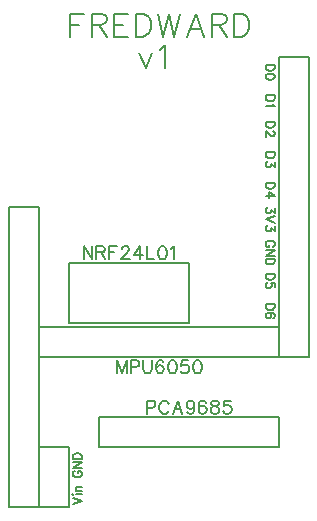
<source format=gto>
G04 Layer: TopSilkscreenLayer*
G04 EasyEDA v6.5.20, 2022-10-25 13:43:38*
G04 140ee39b9ffe45fd8fe92b6b1275b3e1,2b06a704b0b744f5a7d1a44ad6c904bc,10*
G04 Gerber Generator version 0.2*
G04 Scale: 100 percent, Rotated: No, Reflected: No *
G04 Dimensions in millimeters *
G04 leading zeros omitted , absolute positions ,4 integer and 5 decimal *
%FSLAX45Y45*%
%MOMM*%

%ADD10C,0.1524*%
%ADD11C,0.2032*%
%ADD12C,0.2030*%

%LPD*%
D10*
X2022602Y4038600D02*
G01*
X1947418Y4038600D01*
X2022602Y4038600D02*
G01*
X2022602Y4013454D01*
X2019045Y4002786D01*
X2011934Y3995673D01*
X2004568Y3992118D01*
X1993900Y3988562D01*
X1976120Y3988562D01*
X1965197Y3992118D01*
X1958086Y3995673D01*
X1950974Y4002786D01*
X1947418Y4013454D01*
X1947418Y4038600D01*
X2022602Y3943350D02*
G01*
X2019045Y3954018D01*
X2008124Y3961384D01*
X1990343Y3964939D01*
X1979675Y3964939D01*
X1961641Y3961384D01*
X1950974Y3954018D01*
X1947418Y3943350D01*
X1947418Y3936237D01*
X1950974Y3925570D01*
X1961641Y3918457D01*
X1979675Y3914647D01*
X1990343Y3914647D01*
X2008124Y3918457D01*
X2019045Y3925570D01*
X2022602Y3936237D01*
X2022602Y3943350D01*
X2022602Y3780789D02*
G01*
X1947418Y3780789D01*
X2022602Y3780789D02*
G01*
X2022602Y3755897D01*
X2019045Y3745229D01*
X2011934Y3737863D01*
X2004568Y3734307D01*
X1993900Y3730752D01*
X1976120Y3730752D01*
X1965197Y3734307D01*
X1958086Y3737863D01*
X1950974Y3745229D01*
X1947418Y3755897D01*
X1947418Y3780789D01*
X2008124Y3707129D02*
G01*
X2011934Y3700018D01*
X2022602Y3689350D01*
X1947418Y3689350D01*
X2022602Y3555492D02*
G01*
X1947418Y3555492D01*
X2022602Y3555492D02*
G01*
X2022602Y3530345D01*
X2019045Y3519678D01*
X2011934Y3512565D01*
X2004568Y3509010D01*
X1993900Y3505200D01*
X1976120Y3505200D01*
X1965197Y3509010D01*
X1958086Y3512565D01*
X1950974Y3519678D01*
X1947418Y3530345D01*
X1947418Y3555492D01*
X2004568Y3478021D02*
G01*
X2008124Y3478021D01*
X2015490Y3474465D01*
X2019045Y3470910D01*
X2022602Y3463797D01*
X2022602Y3449573D01*
X2019045Y3442207D01*
X2015490Y3438652D01*
X2008124Y3435095D01*
X2001011Y3435095D01*
X1993900Y3438652D01*
X1983231Y3446018D01*
X1947418Y3481578D01*
X1947418Y3431539D01*
X2022602Y3297681D02*
G01*
X1947418Y3297681D01*
X2022602Y3297681D02*
G01*
X2022602Y3272789D01*
X2019045Y3261868D01*
X2011934Y3254755D01*
X2004568Y3251200D01*
X1993900Y3247644D01*
X1976120Y3247644D01*
X1965197Y3251200D01*
X1958086Y3254755D01*
X1950974Y3261868D01*
X1947418Y3272789D01*
X1947418Y3297681D01*
X2022602Y3216910D02*
G01*
X2022602Y3177539D01*
X1993900Y3198876D01*
X1993900Y3188207D01*
X1990343Y3181095D01*
X1986788Y3177539D01*
X1976120Y3173984D01*
X1968754Y3173984D01*
X1958086Y3177539D01*
X1950974Y3184652D01*
X1947418Y3195320D01*
X1947418Y3205987D01*
X1950974Y3216910D01*
X1954529Y3220465D01*
X1961641Y3224021D01*
X2022602Y3040126D02*
G01*
X1947418Y3040126D01*
X2022602Y3040126D02*
G01*
X2022602Y3014979D01*
X2019045Y3004312D01*
X2011934Y2997200D01*
X2004568Y2993389D01*
X1993900Y2989834D01*
X1976120Y2989834D01*
X1965197Y2993389D01*
X1958086Y2997200D01*
X1950974Y3004312D01*
X1947418Y3014979D01*
X1947418Y3040126D01*
X2022602Y2930397D02*
G01*
X1972563Y2966212D01*
X1972563Y2912618D01*
X2022602Y2930397D02*
G01*
X1947418Y2930397D01*
X2022602Y2826765D02*
G01*
X2022602Y2787395D01*
X1993900Y2808731D01*
X1993900Y2798063D01*
X1990343Y2790952D01*
X1986788Y2787395D01*
X1976120Y2783839D01*
X1968754Y2783839D01*
X1958086Y2787395D01*
X1950974Y2794507D01*
X1947418Y2805176D01*
X1947418Y2816097D01*
X1950974Y2826765D01*
X1954529Y2830321D01*
X1961641Y2833878D01*
X2022602Y2760218D02*
G01*
X1947418Y2731515D01*
X2022602Y2702813D02*
G01*
X1947418Y2731515D01*
X2022602Y2672079D02*
G01*
X2022602Y2632710D01*
X1993900Y2654300D01*
X1993900Y2643378D01*
X1990343Y2636265D01*
X1986788Y2632710D01*
X1976120Y2629154D01*
X1968754Y2629154D01*
X1958086Y2632710D01*
X1950974Y2639821D01*
X1947418Y2650744D01*
X1947418Y2661412D01*
X1950974Y2672079D01*
X1954529Y2675636D01*
X1961641Y2679192D01*
X2004568Y2496820D02*
G01*
X2011934Y2500376D01*
X2019045Y2507487D01*
X2022602Y2514600D01*
X2022602Y2528823D01*
X2019045Y2536189D01*
X2011934Y2543302D01*
X2004568Y2546857D01*
X1993900Y2550413D01*
X1976120Y2550413D01*
X1965197Y2546857D01*
X1958086Y2543302D01*
X1950974Y2536189D01*
X1947418Y2528823D01*
X1947418Y2514600D01*
X1950974Y2507487D01*
X1958086Y2500376D01*
X1965197Y2496820D01*
X1976120Y2496820D01*
X1976120Y2514600D02*
G01*
X1976120Y2496820D01*
X2022602Y2473197D02*
G01*
X1947418Y2473197D01*
X2022602Y2473197D02*
G01*
X1947418Y2422905D01*
X2022602Y2422905D02*
G01*
X1947418Y2422905D01*
X2022602Y2399284D02*
G01*
X1947418Y2399284D01*
X2022602Y2399284D02*
G01*
X2022602Y2374392D01*
X2019045Y2363470D01*
X2011934Y2356357D01*
X2004568Y2352802D01*
X1993900Y2349245D01*
X1976120Y2349245D01*
X1965197Y2352802D01*
X1958086Y2356357D01*
X1950974Y2363470D01*
X1947418Y2374392D01*
X1947418Y2399284D01*
X2022602Y2270505D02*
G01*
X1947418Y2270505D01*
X2022602Y2270505D02*
G01*
X2022602Y2245360D01*
X2019045Y2234692D01*
X2011934Y2227579D01*
X2004568Y2224023D01*
X1993900Y2220468D01*
X1976120Y2220468D01*
X1965197Y2224023D01*
X1958086Y2227579D01*
X1950974Y2234692D01*
X1947418Y2245360D01*
X1947418Y2270505D01*
X2022602Y2153920D02*
G01*
X2022602Y2189734D01*
X1990343Y2193289D01*
X1993900Y2189734D01*
X1997456Y2178812D01*
X1997456Y2168144D01*
X1993900Y2157476D01*
X1986788Y2150363D01*
X1976120Y2146807D01*
X1968754Y2146807D01*
X1958086Y2150363D01*
X1950974Y2157476D01*
X1947418Y2168144D01*
X1947418Y2178812D01*
X1950974Y2189734D01*
X1954529Y2193289D01*
X1961641Y2196845D01*
X2022602Y2012950D02*
G01*
X1947418Y2012950D01*
X2022602Y2012950D02*
G01*
X2022602Y1987804D01*
X2019045Y1977136D01*
X2011934Y1969770D01*
X2004568Y1966213D01*
X1993900Y1962657D01*
X1976120Y1962657D01*
X1965197Y1966213D01*
X1958086Y1969770D01*
X1950974Y1977136D01*
X1947418Y1987804D01*
X1947418Y2012950D01*
X2011934Y1896110D02*
G01*
X2019045Y1899665D01*
X2022602Y1910587D01*
X2022602Y1917700D01*
X2019045Y1928368D01*
X2008124Y1935479D01*
X1990343Y1939036D01*
X1972563Y1939036D01*
X1958086Y1935479D01*
X1950974Y1928368D01*
X1947418Y1917700D01*
X1947418Y1914144D01*
X1950974Y1903221D01*
X1958086Y1896110D01*
X1968754Y1892554D01*
X1972563Y1892554D01*
X1983231Y1896110D01*
X1990343Y1903221D01*
X1993900Y1914144D01*
X1993900Y1917700D01*
X1990343Y1928368D01*
X1983231Y1935479D01*
X1972563Y1939036D01*
X314197Y317500D02*
G01*
X389381Y346202D01*
X314197Y374650D02*
G01*
X389381Y346202D01*
X314197Y398271D02*
G01*
X317754Y402081D01*
X314197Y405637D01*
X310642Y402081D01*
X314197Y398271D01*
X339344Y402081D02*
G01*
X389381Y402081D01*
X339344Y429260D02*
G01*
X389381Y429260D01*
X353568Y429260D02*
G01*
X342900Y439928D01*
X339344Y447039D01*
X339344Y457707D01*
X342900Y465073D01*
X353568Y468629D01*
X389381Y468629D01*
X332231Y600963D02*
G01*
X324865Y597407D01*
X317754Y590295D01*
X314197Y583184D01*
X314197Y568705D01*
X317754Y561594D01*
X324865Y554481D01*
X332231Y550926D01*
X342900Y547370D01*
X360679Y547370D01*
X371602Y550926D01*
X378713Y554481D01*
X385826Y561594D01*
X389381Y568705D01*
X389381Y583184D01*
X385826Y590295D01*
X378713Y597407D01*
X371602Y600963D01*
X360679Y600963D01*
X360679Y583184D02*
G01*
X360679Y600963D01*
X314197Y624586D02*
G01*
X389381Y624586D01*
X314197Y624586D02*
G01*
X389381Y674623D01*
X314197Y674623D02*
G01*
X389381Y674623D01*
X314197Y698245D02*
G01*
X389381Y698245D01*
X314197Y698245D02*
G01*
X314197Y723392D01*
X317754Y734060D01*
X324865Y741171D01*
X332231Y744728D01*
X342900Y748537D01*
X360679Y748537D01*
X371602Y744728D01*
X378713Y741171D01*
X385826Y734060D01*
X389381Y723392D01*
X389381Y698245D01*
D11*
X292100Y4472178D02*
G01*
X292100Y4278376D01*
X292100Y4472178D02*
G01*
X412242Y4472178D01*
X292100Y4379976D02*
G01*
X366013Y4379976D01*
X473202Y4472178D02*
G01*
X473202Y4278376D01*
X473202Y4472178D02*
G01*
X556260Y4472178D01*
X583945Y4463034D01*
X593089Y4453889D01*
X602487Y4435347D01*
X602487Y4416805D01*
X593089Y4398263D01*
X583945Y4389120D01*
X556260Y4379976D01*
X473202Y4379976D01*
X537718Y4379976D02*
G01*
X602487Y4278376D01*
X663447Y4472178D02*
G01*
X663447Y4278376D01*
X663447Y4472178D02*
G01*
X783589Y4472178D01*
X663447Y4379976D02*
G01*
X737362Y4379976D01*
X663447Y4278376D02*
G01*
X783589Y4278376D01*
X844550Y4472178D02*
G01*
X844550Y4278376D01*
X844550Y4472178D02*
G01*
X909065Y4472178D01*
X936752Y4463034D01*
X955294Y4444492D01*
X964437Y4425950D01*
X973836Y4398263D01*
X973836Y4352289D01*
X964437Y4324350D01*
X955294Y4306062D01*
X936752Y4287520D01*
X909065Y4278376D01*
X844550Y4278376D01*
X1034795Y4472178D02*
G01*
X1080770Y4278376D01*
X1126997Y4472178D02*
G01*
X1080770Y4278376D01*
X1126997Y4472178D02*
G01*
X1173226Y4278376D01*
X1219454Y4472178D02*
G01*
X1173226Y4278376D01*
X1354328Y4472178D02*
G01*
X1280413Y4278376D01*
X1354328Y4472178D02*
G01*
X1428242Y4278376D01*
X1308100Y4342892D02*
G01*
X1400555Y4342892D01*
X1489202Y4472178D02*
G01*
X1489202Y4278376D01*
X1489202Y4472178D02*
G01*
X1572260Y4472178D01*
X1599945Y4463034D01*
X1609089Y4453889D01*
X1618487Y4435347D01*
X1618487Y4416805D01*
X1609089Y4398263D01*
X1599945Y4389120D01*
X1572260Y4379976D01*
X1489202Y4379976D01*
X1553718Y4379976D02*
G01*
X1618487Y4278376D01*
X1679447Y4472178D02*
G01*
X1679447Y4278376D01*
X1679447Y4472178D02*
G01*
X1743963Y4472178D01*
X1771650Y4463034D01*
X1790192Y4444492D01*
X1799589Y4425950D01*
X1808734Y4398263D01*
X1808734Y4352289D01*
X1799589Y4324350D01*
X1790192Y4306062D01*
X1771650Y4287520D01*
X1743963Y4278376D01*
X1679447Y4278376D01*
X876300Y4140962D02*
G01*
X931671Y4011676D01*
X987044Y4140962D02*
G01*
X931671Y4011676D01*
X1048004Y4168647D02*
G01*
X1066545Y4177792D01*
X1094231Y4205478D01*
X1094231Y4011676D01*
D10*
X406400Y2502915D02*
G01*
X406400Y2393950D01*
X406400Y2502915D02*
G01*
X479044Y2393950D01*
X479044Y2502915D02*
G01*
X479044Y2393950D01*
X513334Y2502915D02*
G01*
X513334Y2393950D01*
X513334Y2502915D02*
G01*
X560070Y2502915D01*
X575818Y2497836D01*
X580897Y2492502D01*
X586231Y2482087D01*
X586231Y2471673D01*
X580897Y2461260D01*
X575818Y2456179D01*
X560070Y2451100D01*
X513334Y2451100D01*
X549910Y2451100D02*
G01*
X586231Y2393950D01*
X620521Y2502915D02*
G01*
X620521Y2393950D01*
X620521Y2502915D02*
G01*
X688086Y2502915D01*
X620521Y2451100D02*
G01*
X661923Y2451100D01*
X727455Y2477007D02*
G01*
X727455Y2482087D01*
X732789Y2492502D01*
X737870Y2497836D01*
X748284Y2502915D01*
X769112Y2502915D01*
X779526Y2497836D01*
X784605Y2492502D01*
X789939Y2482087D01*
X789939Y2471673D01*
X784605Y2461260D01*
X774192Y2445765D01*
X722376Y2393950D01*
X795020Y2393950D01*
X881379Y2502915D02*
G01*
X829310Y2430271D01*
X907287Y2430271D01*
X881379Y2502915D02*
G01*
X881379Y2393950D01*
X941578Y2502915D02*
G01*
X941578Y2393950D01*
X941578Y2393950D02*
G01*
X1003807Y2393950D01*
X1069339Y2502915D02*
G01*
X1053845Y2497836D01*
X1043431Y2482087D01*
X1038097Y2456179D01*
X1038097Y2440686D01*
X1043431Y2414523D01*
X1053845Y2399029D01*
X1069339Y2393950D01*
X1079754Y2393950D01*
X1095247Y2399029D01*
X1105662Y2414523D01*
X1110995Y2440686D01*
X1110995Y2456179D01*
X1105662Y2482087D01*
X1095247Y2497836D01*
X1079754Y2502915D01*
X1069339Y2502915D01*
X1145286Y2482087D02*
G01*
X1155700Y2487421D01*
X1171194Y2502915D01*
X1171194Y2393950D01*
X685800Y1537715D02*
G01*
X685800Y1428750D01*
X685800Y1537715D02*
G01*
X727455Y1428750D01*
X768857Y1537715D02*
G01*
X727455Y1428750D01*
X768857Y1537715D02*
G01*
X768857Y1428750D01*
X803147Y1537715D02*
G01*
X803147Y1428750D01*
X803147Y1537715D02*
G01*
X849884Y1537715D01*
X865631Y1532636D01*
X870712Y1527302D01*
X876045Y1516887D01*
X876045Y1501394D01*
X870712Y1490979D01*
X865631Y1485900D01*
X849884Y1480565D01*
X803147Y1480565D01*
X910336Y1537715D02*
G01*
X910336Y1459737D01*
X915415Y1444244D01*
X925829Y1433829D01*
X941323Y1428750D01*
X951737Y1428750D01*
X967486Y1433829D01*
X977900Y1444244D01*
X982979Y1459737D01*
X982979Y1537715D01*
X1079500Y1522221D02*
G01*
X1074420Y1532636D01*
X1058926Y1537715D01*
X1048512Y1537715D01*
X1032763Y1532636D01*
X1022350Y1516887D01*
X1017270Y1490979D01*
X1017270Y1465071D01*
X1022350Y1444244D01*
X1032763Y1433829D01*
X1048512Y1428750D01*
X1053592Y1428750D01*
X1069339Y1433829D01*
X1079500Y1444244D01*
X1084834Y1459737D01*
X1084834Y1465071D01*
X1079500Y1480565D01*
X1069339Y1490979D01*
X1053592Y1496060D01*
X1048512Y1496060D01*
X1032763Y1490979D01*
X1022350Y1480565D01*
X1017270Y1465071D01*
X1150365Y1537715D02*
G01*
X1134618Y1532636D01*
X1124204Y1516887D01*
X1119123Y1490979D01*
X1119123Y1475486D01*
X1124204Y1449323D01*
X1134618Y1433829D01*
X1150365Y1428750D01*
X1160779Y1428750D01*
X1176273Y1433829D01*
X1186687Y1449323D01*
X1191768Y1475486D01*
X1191768Y1490979D01*
X1186687Y1516887D01*
X1176273Y1532636D01*
X1160779Y1537715D01*
X1150365Y1537715D01*
X1288542Y1537715D02*
G01*
X1236471Y1537715D01*
X1231392Y1490979D01*
X1236471Y1496060D01*
X1252220Y1501394D01*
X1267713Y1501394D01*
X1283207Y1496060D01*
X1293621Y1485900D01*
X1298955Y1470152D01*
X1298955Y1459737D01*
X1293621Y1444244D01*
X1283207Y1433829D01*
X1267713Y1428750D01*
X1252220Y1428750D01*
X1236471Y1433829D01*
X1231392Y1438910D01*
X1226057Y1449323D01*
X1364234Y1537715D02*
G01*
X1348739Y1532636D01*
X1338326Y1516887D01*
X1333245Y1490979D01*
X1333245Y1475486D01*
X1338326Y1449323D01*
X1348739Y1433829D01*
X1364234Y1428750D01*
X1374647Y1428750D01*
X1390395Y1433829D01*
X1400810Y1449323D01*
X1405889Y1475486D01*
X1405889Y1490979D01*
X1400810Y1516887D01*
X1390395Y1532636D01*
X1374647Y1537715D01*
X1364234Y1537715D01*
X939800Y1194815D02*
G01*
X939800Y1085850D01*
X939800Y1194815D02*
G01*
X986536Y1194815D01*
X1002029Y1189736D01*
X1007363Y1184402D01*
X1012444Y1173987D01*
X1012444Y1158494D01*
X1007363Y1148079D01*
X1002029Y1143000D01*
X986536Y1137665D01*
X939800Y1137665D01*
X1124712Y1168907D02*
G01*
X1119631Y1179321D01*
X1109218Y1189736D01*
X1098804Y1194815D01*
X1077976Y1194815D01*
X1067562Y1189736D01*
X1057147Y1179321D01*
X1052068Y1168907D01*
X1046734Y1153160D01*
X1046734Y1127252D01*
X1052068Y1111757D01*
X1057147Y1101344D01*
X1067562Y1090929D01*
X1077976Y1085850D01*
X1098804Y1085850D01*
X1109218Y1090929D01*
X1119631Y1101344D01*
X1124712Y1111757D01*
X1200657Y1194815D02*
G01*
X1159002Y1085850D01*
X1200657Y1194815D02*
G01*
X1242060Y1085850D01*
X1174750Y1122171D02*
G01*
X1226565Y1122171D01*
X1343913Y1158494D02*
G01*
X1338834Y1143000D01*
X1328420Y1132586D01*
X1312926Y1127252D01*
X1307592Y1127252D01*
X1292097Y1132586D01*
X1281684Y1143000D01*
X1276350Y1158494D01*
X1276350Y1163573D01*
X1281684Y1179321D01*
X1292097Y1189736D01*
X1307592Y1194815D01*
X1312926Y1194815D01*
X1328420Y1189736D01*
X1338834Y1179321D01*
X1343913Y1158494D01*
X1343913Y1132586D01*
X1338834Y1106423D01*
X1328420Y1090929D01*
X1312926Y1085850D01*
X1302512Y1085850D01*
X1286763Y1090929D01*
X1281684Y1101344D01*
X1440687Y1179321D02*
G01*
X1435354Y1189736D01*
X1419860Y1194815D01*
X1409445Y1194815D01*
X1393952Y1189736D01*
X1383537Y1173987D01*
X1378204Y1148079D01*
X1378204Y1122171D01*
X1383537Y1101344D01*
X1393952Y1090929D01*
X1409445Y1085850D01*
X1414779Y1085850D01*
X1430273Y1090929D01*
X1440687Y1101344D01*
X1445768Y1116837D01*
X1445768Y1122171D01*
X1440687Y1137665D01*
X1430273Y1148079D01*
X1414779Y1153160D01*
X1409445Y1153160D01*
X1393952Y1148079D01*
X1383537Y1137665D01*
X1378204Y1122171D01*
X1506220Y1194815D02*
G01*
X1490471Y1189736D01*
X1485392Y1179321D01*
X1485392Y1168907D01*
X1490471Y1158494D01*
X1500886Y1153160D01*
X1521713Y1148079D01*
X1537207Y1143000D01*
X1547621Y1132586D01*
X1552955Y1122171D01*
X1552955Y1106423D01*
X1547621Y1096010D01*
X1542542Y1090929D01*
X1526794Y1085850D01*
X1506220Y1085850D01*
X1490471Y1090929D01*
X1485392Y1096010D01*
X1480057Y1106423D01*
X1480057Y1122171D01*
X1485392Y1132586D01*
X1495805Y1143000D01*
X1511300Y1148079D01*
X1532128Y1153160D01*
X1542542Y1158494D01*
X1547621Y1168907D01*
X1547621Y1179321D01*
X1542542Y1189736D01*
X1526794Y1194815D01*
X1506220Y1194815D01*
X1649476Y1194815D02*
G01*
X1597660Y1194815D01*
X1592326Y1148079D01*
X1597660Y1153160D01*
X1613154Y1158494D01*
X1628647Y1158494D01*
X1644395Y1153160D01*
X1654810Y1143000D01*
X1659889Y1127252D01*
X1659889Y1116837D01*
X1654810Y1101344D01*
X1644395Y1090929D01*
X1628647Y1085850D01*
X1613154Y1085850D01*
X1597660Y1090929D01*
X1592326Y1096010D01*
X1587245Y1106423D01*
D11*
X2057400Y1752600D02*
G01*
X2057400Y1562100D01*
X2311400Y1562100D01*
X2311400Y4102100D01*
X2057400Y4102100D01*
D12*
X2057400Y4102100D02*
G01*
X2057400Y1752600D01*
D11*
X25400Y2641600D02*
G01*
X25400Y2832100D01*
X-228600Y2832100D01*
X-228600Y292100D01*
X25400Y292100D01*
D12*
X25400Y292100D02*
G01*
X25400Y2641600D01*
X25400Y800100D02*
G01*
X25400Y482600D01*
D11*
X25400Y800100D02*
G01*
X279400Y800100D01*
X279400Y292100D01*
X25400Y292100D01*
X25400Y482600D01*
X279400Y2362200D02*
G01*
X279400Y1854200D01*
X1295400Y1854200D01*
X1295400Y2362200D01*
X279400Y2362200D01*
X25400Y1562100D02*
G01*
X25400Y1816100D01*
X2057400Y1816100D01*
X2057400Y1562100D01*
X1866900Y1562100D01*
D12*
X25400Y1562100D02*
G01*
X1866900Y1562100D01*
D11*
X1866900Y800100D02*
G01*
X2057400Y800100D01*
X2057400Y1054100D01*
X533400Y1054100D01*
X533400Y800100D01*
D12*
X533400Y800100D02*
G01*
X1866900Y800100D01*
M02*

</source>
